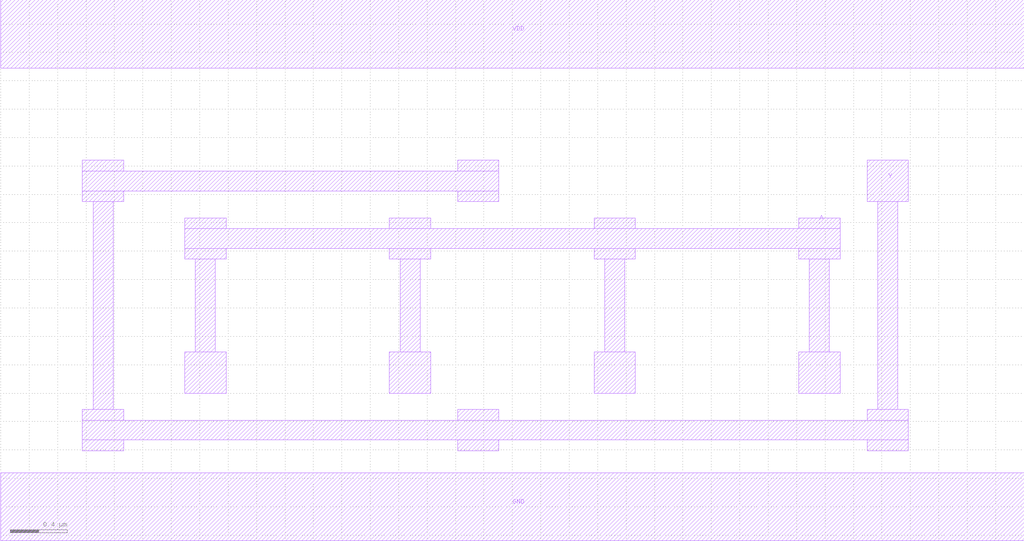
<source format=lef>
MACRO INVX8
 CLASS CORE ;
 FOREIGN INVX8 0 0 ;
 ORIGIN 0 0 ;
 SYMMETRY X Y R90 ;
 SITE CORE ;
  PIN VDD
   DIRECTION INOUT ;
   USE SIGNAL ;
   SHAPE ABUTMENT ;
    PORT
     CLASS CORE ;
       LAYER metal2 ;
        RECT 0.00000000 3.09000000 7.20000000 3.57000000 ;
    END
  END VDD

  PIN GND
   DIRECTION INOUT ;
   USE SIGNAL ;
   SHAPE ABUTMENT ;
    PORT
     CLASS CORE ;
       LAYER metal2 ;
        RECT 0.00000000 -0.24000000 7.20000000 0.24000000 ;
    END
  END GND

  PIN Y
   DIRECTION INOUT ;
   USE SIGNAL ;
   SHAPE ABUTMENT ;
    PORT
     CLASS CORE ;
       LAYER metal2 ;
        RECT 0.57500000 0.39500000 0.86500000 0.47000000 ;
        RECT 3.21500000 0.39500000 3.50500000 0.47000000 ;
        RECT 6.09500000 0.39500000 6.38500000 0.47000000 ;
        RECT 0.57500000 0.47000000 6.38500000 0.61000000 ;
        RECT 0.57500000 0.61000000 0.86500000 0.68500000 ;
        RECT 3.21500000 0.61000000 3.50500000 0.68500000 ;
        RECT 6.09500000 0.61000000 6.38500000 0.68500000 ;
        RECT 0.65000000 0.68500000 0.79000000 2.15000000 ;
        RECT 6.17000000 0.68500000 6.31000000 2.15000000 ;
        RECT 0.57500000 2.15000000 0.86500000 2.22500000 ;
        RECT 3.21500000 2.15000000 3.50500000 2.22500000 ;
        RECT 0.57500000 2.22500000 3.50500000 2.36500000 ;
        RECT 0.57500000 2.36500000 0.86500000 2.44000000 ;
        RECT 3.21500000 2.36500000 3.50500000 2.44000000 ;
        RECT 6.09500000 2.15000000 6.38500000 2.44000000 ;
    END
  END Y

  PIN A
   DIRECTION INOUT ;
   USE SIGNAL ;
   SHAPE ABUTMENT ;
    PORT
     CLASS CORE ;
       LAYER metal2 ;
        RECT 1.29500000 0.80000000 1.58500000 1.09000000 ;
        RECT 2.73500000 0.80000000 3.02500000 1.09000000 ;
        RECT 4.17500000 0.80000000 4.46500000 1.09000000 ;
        RECT 5.61500000 0.80000000 5.90500000 1.09000000 ;
        RECT 1.37000000 1.09000000 1.51000000 1.74500000 ;
        RECT 2.81000000 1.09000000 2.95000000 1.74500000 ;
        RECT 4.25000000 1.09000000 4.39000000 1.74500000 ;
        RECT 5.69000000 1.09000000 5.83000000 1.74500000 ;
        RECT 1.29500000 1.74500000 1.58500000 1.82000000 ;
        RECT 2.73500000 1.74500000 3.02500000 1.82000000 ;
        RECT 4.17500000 1.74500000 4.46500000 1.82000000 ;
        RECT 5.61500000 1.74500000 5.90500000 1.82000000 ;
        RECT 1.29500000 1.82000000 5.90500000 1.96000000 ;
        RECT 1.29500000 1.96000000 1.58500000 2.03500000 ;
        RECT 2.73500000 1.96000000 3.02500000 2.03500000 ;
        RECT 4.17500000 1.96000000 4.46500000 2.03500000 ;
        RECT 5.61500000 1.96000000 5.90500000 2.03500000 ;
    END
  END A


END INVX8

</source>
